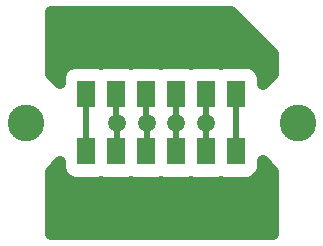
<source format=gbr>
G04 (created by PCBNEW (2013-may-18)-stable) date Пн 26 окт 2015 23:44:09*
%MOIN*%
G04 Gerber Fmt 3.4, Leading zero omitted, Abs format*
%FSLAX34Y34*%
G01*
G70*
G90*
G04 APERTURE LIST*
%ADD10C,0.00393701*%
%ADD11C,0.122047*%
%ADD12R,0.0590551X0.0905512*%
%ADD13C,0.0590551*%
%ADD14C,0.019685*%
%ADD15C,0.0393701*%
G04 APERTURE END LIST*
G54D10*
G54D11*
X16060Y-10145D03*
X7005Y-10145D03*
G54D12*
X9015Y-9181D03*
X9015Y-11094D03*
X10015Y-9181D03*
X10015Y-11094D03*
X11015Y-9181D03*
X11015Y-11094D03*
X12015Y-9181D03*
X12015Y-11094D03*
X13015Y-11094D03*
X14015Y-11094D03*
X14015Y-9181D03*
X13015Y-9181D03*
G54D13*
X12992Y-10137D03*
X12007Y-10137D03*
X11023Y-10137D03*
X10039Y-10137D03*
G54D14*
X12992Y-10137D02*
X12992Y-11070D01*
X12992Y-11070D02*
X13015Y-11094D01*
X13015Y-10114D02*
X13015Y-9181D01*
X12992Y-10137D02*
X13015Y-10114D01*
X14015Y-9181D02*
X14015Y-11094D01*
X9015Y-9181D02*
X9015Y-11094D01*
X12007Y-10137D02*
X12007Y-11086D01*
X12007Y-11086D02*
X12015Y-11094D01*
X12015Y-9181D02*
X12015Y-10129D01*
X12015Y-10129D02*
X12007Y-10137D01*
X11023Y-10137D02*
X11023Y-11086D01*
X11023Y-11086D02*
X11015Y-11094D01*
X11015Y-9181D02*
X11015Y-10129D01*
X11015Y-10129D02*
X11023Y-10137D01*
X10039Y-10137D02*
X10039Y-11070D01*
X10039Y-11070D02*
X10015Y-11094D01*
X10015Y-10114D02*
X10015Y-9181D01*
X10039Y-10137D02*
X10015Y-10114D01*
G54D10*
G36*
X15243Y-8518D02*
X14901Y-8860D01*
X14901Y-8611D01*
X14811Y-8394D01*
X14645Y-8227D01*
X14429Y-8137D01*
X14194Y-8137D01*
X13603Y-8137D01*
X13515Y-8173D01*
X13429Y-8137D01*
X13194Y-8137D01*
X12603Y-8137D01*
X12515Y-8173D01*
X12429Y-8137D01*
X12194Y-8137D01*
X11603Y-8137D01*
X11515Y-8173D01*
X11429Y-8137D01*
X11194Y-8137D01*
X10603Y-8137D01*
X10515Y-8173D01*
X10429Y-8137D01*
X10194Y-8137D01*
X9603Y-8137D01*
X9515Y-8173D01*
X9429Y-8137D01*
X9194Y-8137D01*
X8603Y-8137D01*
X8386Y-8227D01*
X8220Y-8393D01*
X8130Y-8610D01*
X8129Y-8826D01*
X7822Y-8518D01*
X7822Y-6434D01*
X13834Y-6434D01*
X15243Y-7843D01*
X15243Y-8518D01*
X15243Y-8518D01*
G37*
G54D15*
X15243Y-8518D02*
X14901Y-8860D01*
X14901Y-8611D01*
X14811Y-8394D01*
X14645Y-8227D01*
X14429Y-8137D01*
X14194Y-8137D01*
X13603Y-8137D01*
X13515Y-8173D01*
X13429Y-8137D01*
X13194Y-8137D01*
X12603Y-8137D01*
X12515Y-8173D01*
X12429Y-8137D01*
X12194Y-8137D01*
X11603Y-8137D01*
X11515Y-8173D01*
X11429Y-8137D01*
X11194Y-8137D01*
X10603Y-8137D01*
X10515Y-8173D01*
X10429Y-8137D01*
X10194Y-8137D01*
X9603Y-8137D01*
X9515Y-8173D01*
X9429Y-8137D01*
X9194Y-8137D01*
X8603Y-8137D01*
X8386Y-8227D01*
X8220Y-8393D01*
X8130Y-8610D01*
X8129Y-8826D01*
X7822Y-8518D01*
X7822Y-6434D01*
X13834Y-6434D01*
X15243Y-7843D01*
X15243Y-8518D01*
G54D10*
G36*
X15243Y-13855D02*
X7822Y-13855D01*
X7822Y-11772D01*
X8129Y-11464D01*
X8129Y-11664D01*
X8219Y-11881D01*
X8385Y-12047D01*
X8602Y-12137D01*
X8837Y-12137D01*
X9427Y-12137D01*
X9515Y-12101D01*
X9602Y-12137D01*
X9837Y-12137D01*
X10427Y-12137D01*
X10515Y-12101D01*
X10602Y-12137D01*
X10837Y-12137D01*
X11427Y-12137D01*
X11515Y-12101D01*
X11602Y-12137D01*
X11837Y-12137D01*
X12427Y-12137D01*
X12515Y-12101D01*
X12602Y-12137D01*
X12837Y-12137D01*
X13427Y-12137D01*
X13515Y-12101D01*
X13602Y-12137D01*
X13837Y-12137D01*
X14427Y-12137D01*
X14645Y-12048D01*
X14811Y-11882D01*
X14901Y-11665D01*
X14901Y-11430D01*
X15243Y-11772D01*
X15243Y-13855D01*
X15243Y-13855D01*
G37*
G54D15*
X15243Y-13855D02*
X7822Y-13855D01*
X7822Y-11772D01*
X8129Y-11464D01*
X8129Y-11664D01*
X8219Y-11881D01*
X8385Y-12047D01*
X8602Y-12137D01*
X8837Y-12137D01*
X9427Y-12137D01*
X9515Y-12101D01*
X9602Y-12137D01*
X9837Y-12137D01*
X10427Y-12137D01*
X10515Y-12101D01*
X10602Y-12137D01*
X10837Y-12137D01*
X11427Y-12137D01*
X11515Y-12101D01*
X11602Y-12137D01*
X11837Y-12137D01*
X12427Y-12137D01*
X12515Y-12101D01*
X12602Y-12137D01*
X12837Y-12137D01*
X13427Y-12137D01*
X13515Y-12101D01*
X13602Y-12137D01*
X13837Y-12137D01*
X14427Y-12137D01*
X14645Y-12048D01*
X14811Y-11882D01*
X14901Y-11665D01*
X14901Y-11430D01*
X15243Y-11772D01*
X15243Y-13855D01*
M02*

</source>
